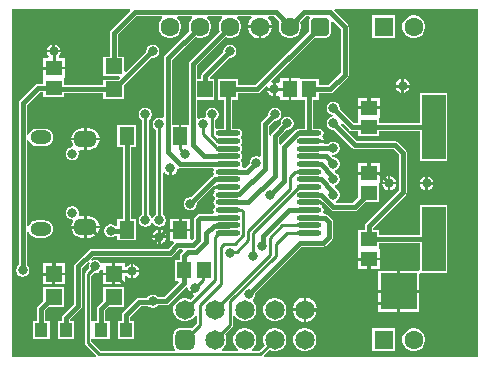
<source format=gbr>
%TF.GenerationSoftware,Altium Limited,Altium Designer,22.2.1 (43)*%
G04 Layer_Physical_Order=1*
G04 Layer_Color=255*
%FSLAX43Y43*%
%MOMM*%
%TF.SameCoordinates,22783662-0E91-4B75-9AE6-36AB56575A38*%
%TF.FilePolarity,Positive*%
%TF.FileFunction,Copper,L1,Top,Signal*%
%TF.Part,Single*%
G01*
G75*
%TA.AperFunction,SMDPad,CuDef*%
%ADD10R,3.100X3.100*%
%ADD11R,1.450X1.300*%
%ADD12R,2.000X5.500*%
%ADD13R,1.300X1.500*%
%ADD14O,2.100X0.450*%
%ADD15R,1.450X1.350*%
%ADD16R,1.100X1.200*%
%ADD17R,1.300X1.450*%
%ADD18R,1.350X1.450*%
%TA.AperFunction,Conductor*%
%ADD19C,0.381*%
%ADD20C,0.254*%
%TA.AperFunction,ComponentPad*%
%ADD21O,1.800X1.150*%
%ADD22C,0.800*%
%ADD23O,2.000X1.400*%
%ADD24C,1.650*%
G04:AMPARAMS|DCode=25|XSize=1.65mm|YSize=1.65mm|CornerRadius=0.413mm|HoleSize=0mm|Usage=FLASHONLY|Rotation=0.000|XOffset=0mm|YOffset=0mm|HoleType=Round|Shape=RoundedRectangle|*
%AMROUNDEDRECTD25*
21,1,1.650,0.825,0,0,0.0*
21,1,0.825,1.650,0,0,0.0*
1,1,0.825,0.413,-0.413*
1,1,0.825,-0.413,-0.413*
1,1,0.825,-0.413,0.413*
1,1,0.825,0.413,0.413*
%
%ADD25ROUNDEDRECTD25*%
%ADD26R,1.600X1.600*%
%ADD27C,1.600*%
G04:AMPARAMS|DCode=28|XSize=1.6mm|YSize=1.6mm|CornerRadius=0.4mm|HoleSize=0mm|Usage=FLASHONLY|Rotation=180.000|XOffset=0mm|YOffset=0mm|HoleType=Round|Shape=RoundedRectangle|*
%AMROUNDEDRECTD28*
21,1,1.600,0.800,0,0,180.0*
21,1,0.800,1.600,0,0,180.0*
1,1,0.800,-0.400,0.400*
1,1,0.800,0.400,0.400*
1,1,0.800,0.400,-0.400*
1,1,0.800,-0.400,-0.400*
%
%ADD28ROUNDEDRECTD28*%
%TA.AperFunction,ViaPad*%
%ADD29C,0.750*%
%ADD30C,0.800*%
G36*
X25498Y28966D02*
X25469Y28928D01*
X25413Y28794D01*
X25394Y28650D01*
Y27850D01*
X25402Y27793D01*
X20896Y23288D01*
X19376D01*
Y23816D01*
X17724D01*
Y22064D01*
X18202D01*
Y19608D01*
X17725D01*
X17656Y19595D01*
X17506Y19697D01*
Y20350D01*
X17562Y20383D01*
X17665Y20486D01*
X17737Y20611D01*
X17775Y20751D01*
Y20896D01*
X17737Y21037D01*
X17665Y21162D01*
X17562Y21265D01*
X17437Y21337D01*
X17297Y21375D01*
X17152D01*
X17011Y21337D01*
X16886Y21265D01*
X16783Y21162D01*
X16711Y21037D01*
X16673Y20896D01*
Y20751D01*
X16702Y20645D01*
X16691Y20623D01*
X16639Y20563D01*
X16586Y20527D01*
X16498Y20551D01*
X16352D01*
X16212Y20513D01*
X16087Y20441D01*
X16082Y20436D01*
X15932Y20498D01*
Y22064D01*
X17426D01*
Y23816D01*
X17088D01*
X17026Y23966D01*
X18671Y25611D01*
X18803D01*
X18943Y25649D01*
X19068Y25721D01*
X19171Y25824D01*
X19243Y25949D01*
X19281Y26089D01*
Y26235D01*
X19243Y26375D01*
X19171Y26500D01*
X19068Y26603D01*
X18943Y26675D01*
X18803Y26713D01*
X18657D01*
X18517Y26675D01*
X18392Y26603D01*
X18289Y26500D01*
X18217Y26375D01*
X18179Y26235D01*
Y26103D01*
X16354Y24278D01*
X16279Y24165D01*
X16252Y24032D01*
Y23816D01*
X15932D01*
Y24961D01*
X18345Y27374D01*
X18363Y27364D01*
X18605Y27299D01*
X18855D01*
X19097Y27364D01*
X19314Y27489D01*
X19491Y27666D01*
X19616Y27883D01*
X19681Y28125D01*
Y28375D01*
X19616Y28617D01*
X19491Y28834D01*
X19358Y28966D01*
X19421Y29116D01*
X20510D01*
X20572Y28966D01*
X20470Y28864D01*
X20338Y28636D01*
X20270Y28382D01*
Y28350D01*
X22270D01*
Y28382D01*
X22202Y28636D01*
X22070Y28864D01*
X21968Y28966D01*
X22030Y29116D01*
X22452D01*
X22934Y28635D01*
X22924Y28617D01*
X22859Y28375D01*
Y28125D01*
X22924Y27883D01*
X23049Y27666D01*
X23226Y27489D01*
X23443Y27364D01*
X23685Y27299D01*
X23935D01*
X24177Y27364D01*
X24394Y27489D01*
X24571Y27666D01*
X24696Y27883D01*
X24761Y28125D01*
Y28375D01*
X24696Y28617D01*
X24686Y28635D01*
X25168Y29116D01*
X25424D01*
X25498Y28966D01*
D02*
G37*
G36*
X18102D02*
X17969Y28834D01*
X17844Y28617D01*
X17779Y28375D01*
Y28125D01*
X17844Y27883D01*
X17854Y27865D01*
X15339Y25350D01*
X15263Y25237D01*
X15237Y25104D01*
Y19950D01*
X14596D01*
Y19000D01*
X14396D01*
Y19950D01*
X13853D01*
Y25421D01*
X15805Y27374D01*
X15823Y27364D01*
X16065Y27299D01*
X16315D01*
X16557Y27364D01*
X16774Y27489D01*
X16951Y27666D01*
X17076Y27883D01*
X17141Y28125D01*
Y28375D01*
X17076Y28617D01*
X16951Y28834D01*
X16818Y28966D01*
X16881Y29116D01*
X18039D01*
X18102Y28966D01*
D02*
G37*
G36*
X28100Y28050D02*
Y24315D01*
X27073Y23288D01*
X26251D01*
Y23816D01*
X24650D01*
Y23865D01*
X23900D01*
Y22940D01*
Y22015D01*
X24650D01*
Y22064D01*
X25102D01*
Y19608D01*
X24625D01*
X24478Y19579D01*
X24443Y19556D01*
X24329Y19533D01*
X24216Y19458D01*
X23073Y18315D01*
X23038Y18261D01*
X22888Y18307D01*
Y18887D01*
X23516Y19515D01*
X23648D01*
X23788Y19553D01*
X23913Y19625D01*
X24016Y19728D01*
X24088Y19853D01*
X24126Y19993D01*
Y20139D01*
X24088Y20279D01*
X24016Y20404D01*
X23913Y20507D01*
X23788Y20579D01*
X23648Y20617D01*
X23502D01*
X23362Y20579D01*
X23237Y20507D01*
X23134Y20404D01*
X23062Y20279D01*
X23024Y20139D01*
Y20007D01*
X22294Y19277D01*
X22219Y19164D01*
X22192Y19031D01*
X22044Y19035D01*
Y19840D01*
X22481Y20277D01*
X22613D01*
X22753Y20315D01*
X22878Y20387D01*
X22981Y20490D01*
X23053Y20615D01*
X23091Y20755D01*
Y20901D01*
X23053Y21041D01*
X22981Y21166D01*
X22878Y21269D01*
X22753Y21341D01*
X22613Y21379D01*
X22467D01*
X22327Y21341D01*
X22202Y21269D01*
X22099Y21166D01*
X22027Y21041D01*
X21989Y20901D01*
Y20769D01*
X21451Y20230D01*
X21375Y20117D01*
X21349Y19984D01*
Y17319D01*
X21199Y17232D01*
X21169Y17250D01*
X21028Y17287D01*
X20883D01*
X20743Y17250D01*
X20618Y17177D01*
X20515Y17074D01*
X20443Y16949D01*
X20405Y16809D01*
Y16677D01*
X20051Y16323D01*
X19806D01*
X19725Y16473D01*
X19729Y16478D01*
X19758Y16625D01*
X19729Y16772D01*
X19646Y16896D01*
Y17004D01*
X19729Y17128D01*
X19758Y17275D01*
X19729Y17422D01*
X19646Y17546D01*
Y17654D01*
X19729Y17778D01*
X19758Y17925D01*
X19729Y18072D01*
X19646Y18196D01*
Y18304D01*
X19729Y18428D01*
X19758Y18575D01*
X19729Y18722D01*
X19680Y18796D01*
X19658Y18900D01*
X19680Y19004D01*
X19729Y19078D01*
X19758Y19225D01*
X19729Y19372D01*
X19646Y19496D01*
X19522Y19579D01*
X19375Y19608D01*
X18898D01*
Y22064D01*
X19376D01*
Y22592D01*
X21040D01*
X21173Y22619D01*
X21286Y22694D01*
X21805Y23213D01*
X21930Y23127D01*
X21904Y23030D01*
X22399D01*
Y23524D01*
X22302Y23498D01*
X22215Y23624D01*
X25893Y27302D01*
X25950Y27294D01*
X26750D01*
X26894Y27313D01*
X27028Y27369D01*
X27143Y27457D01*
X27231Y27572D01*
X27287Y27706D01*
X27306Y27850D01*
Y28633D01*
X27345Y28663D01*
X27450Y28700D01*
X28100Y28050D01*
D02*
G37*
G36*
X10308Y29595D02*
X8644Y27932D01*
X8569Y27819D01*
X8542Y27686D01*
Y25716D01*
X8014D01*
Y24064D01*
X9377D01*
X9434Y23925D01*
X9274Y23766D01*
X8014D01*
Y23288D01*
X4686D01*
Y23890D01*
X4735D01*
Y24640D01*
X2885D01*
Y23890D01*
X2934D01*
Y23404D01*
X2483D01*
X2350Y23378D01*
X2237Y23302D01*
X936Y22002D01*
X861Y21889D01*
X834Y21756D01*
Y8052D01*
X741Y7958D01*
X668Y7833D01*
X631Y7693D01*
Y7547D01*
X668Y7407D01*
X741Y7282D01*
X844Y7179D01*
X969Y7107D01*
X1109Y7069D01*
X1254D01*
X1395Y7107D01*
X1520Y7179D01*
X1623Y7282D01*
X1695Y7407D01*
X1733Y7547D01*
Y7693D01*
X1695Y7833D01*
X1623Y7958D01*
X1529Y8052D01*
Y10877D01*
X1679Y10907D01*
X1741Y10759D01*
X1857Y10607D01*
X2009Y10491D01*
X2185Y10418D01*
X2375Y10393D01*
X3025D01*
X3215Y10418D01*
X3391Y10491D01*
X3543Y10607D01*
X3659Y10759D01*
X3732Y10935D01*
X3757Y11125D01*
X3732Y11315D01*
X3659Y11491D01*
X3543Y11643D01*
X3391Y11759D01*
X3215Y11832D01*
X3025Y11857D01*
X2375D01*
X2185Y11832D01*
X2009Y11759D01*
X1857Y11643D01*
X1741Y11491D01*
X1679Y11343D01*
X1529Y11373D01*
Y18627D01*
X1679Y18657D01*
X1741Y18509D01*
X1857Y18357D01*
X2009Y18241D01*
X2185Y18168D01*
X2375Y18143D01*
X3025D01*
X3215Y18168D01*
X3391Y18241D01*
X3543Y18357D01*
X3659Y18509D01*
X3732Y18685D01*
X3757Y18875D01*
X3732Y19065D01*
X3659Y19241D01*
X3543Y19393D01*
X3391Y19509D01*
X3215Y19582D01*
X3025Y19607D01*
X2375D01*
X2185Y19582D01*
X2009Y19509D01*
X1857Y19393D01*
X1741Y19241D01*
X1679Y19093D01*
X1529Y19123D01*
Y21612D01*
X2627Y22709D01*
X2934D01*
Y22289D01*
X4686D01*
Y22592D01*
X8014D01*
Y22114D01*
X9766D01*
Y23274D01*
X12106Y25615D01*
X12119Y25611D01*
X12265D01*
X12405Y25649D01*
X12530Y25721D01*
X12633Y25824D01*
X12705Y25949D01*
X12743Y26089D01*
Y26235D01*
X12705Y26375D01*
X12633Y26500D01*
X12530Y26603D01*
X12405Y26675D01*
X12265Y26713D01*
X12119D01*
X11979Y26675D01*
X11854Y26603D01*
X11751Y26500D01*
X11679Y26375D01*
X11641Y26235D01*
Y26132D01*
X9905Y24396D01*
X9766Y24453D01*
Y25716D01*
X9238D01*
Y27542D01*
X10812Y29116D01*
X12959D01*
X13022Y28966D01*
X12889Y28834D01*
X12764Y28617D01*
X12699Y28375D01*
Y28125D01*
X12764Y27883D01*
X12889Y27666D01*
X13066Y27489D01*
X13283Y27364D01*
X13525Y27299D01*
X13775D01*
X14017Y27364D01*
X14234Y27489D01*
X14411Y27666D01*
X14536Y27883D01*
X14601Y28125D01*
Y28375D01*
X14536Y28617D01*
X14411Y28834D01*
X14278Y28966D01*
X14341Y29116D01*
X15499D01*
X15562Y28966D01*
X15429Y28834D01*
X15304Y28617D01*
X15239Y28375D01*
Y28125D01*
X15304Y27883D01*
X15314Y27865D01*
X13260Y25811D01*
X13184Y25698D01*
X13158Y25565D01*
Y20583D01*
X13008Y20496D01*
X12977Y20513D01*
X12837Y20551D01*
X12692D01*
X12552Y20513D01*
X12426Y20441D01*
X12324Y20338D01*
X12251Y20213D01*
X12214Y20073D01*
Y19927D01*
X12251Y19787D01*
X12324Y19662D01*
X12426Y19559D01*
X12482Y19527D01*
Y12325D01*
X12426Y12293D01*
X12324Y12190D01*
X12251Y12064D01*
X12250Y12058D01*
X12094D01*
X12093Y12064D01*
X12020Y12190D01*
X11917Y12293D01*
X11862Y12325D01*
Y20351D01*
X11917Y20383D01*
X12020Y20486D01*
X12093Y20611D01*
X12130Y20751D01*
Y20896D01*
X12093Y21037D01*
X12020Y21162D01*
X11917Y21265D01*
X11792Y21337D01*
X11652Y21375D01*
X11507D01*
X11366Y21337D01*
X11241Y21265D01*
X11138Y21162D01*
X11066Y21037D01*
X11028Y20896D01*
Y20751D01*
X11066Y20611D01*
X11138Y20486D01*
X11241Y20383D01*
X11296Y20351D01*
Y12325D01*
X11241Y12293D01*
X11138Y12190D01*
X11066Y12064D01*
X11028Y11924D01*
Y11779D01*
X11066Y11639D01*
X11138Y11513D01*
X11241Y11411D01*
X11366Y11338D01*
X11507Y11301D01*
X11652D01*
X11792Y11338D01*
X11917Y11411D01*
X12020Y11513D01*
X12093Y11639D01*
X12094Y11646D01*
X12250D01*
X12251Y11639D01*
X12324Y11513D01*
X12426Y11411D01*
X12552Y11338D01*
X12692Y11301D01*
X12837D01*
X12977Y11338D01*
X13103Y11411D01*
X13206Y11513D01*
X13278Y11639D01*
X13316Y11779D01*
Y11924D01*
X13278Y12064D01*
X13206Y12190D01*
X13103Y12293D01*
X13048Y12325D01*
Y15866D01*
X13198Y15906D01*
X13210Y15884D01*
X13322Y15772D01*
X13459Y15693D01*
X13590Y15658D01*
Y16252D01*
X13790D01*
Y15658D01*
X13922Y15693D01*
X14059Y15772D01*
X14170Y15884D01*
X14249Y16021D01*
X14290Y16173D01*
Y16190D01*
X14316Y16219D01*
X14440Y16294D01*
X14523Y16277D01*
X14523Y16277D01*
X17294D01*
X17375Y16127D01*
X17371Y16122D01*
X17342Y15975D01*
X17371Y15828D01*
X17388Y15803D01*
X17319Y15636D01*
X17300Y15633D01*
X17188Y15558D01*
X17188Y15558D01*
X15444Y13814D01*
X15312D01*
X15172Y13777D01*
X15047Y13704D01*
X14944Y13602D01*
X14872Y13476D01*
X14834Y13336D01*
Y13191D01*
X14872Y13051D01*
X14944Y12925D01*
X15047Y12822D01*
X15172Y12750D01*
X15312Y12712D01*
X15458D01*
X15598Y12750D01*
X15723Y12822D01*
X15826Y12925D01*
X15898Y13051D01*
X15936Y13191D01*
Y13323D01*
X17164Y14550D01*
X17323Y14510D01*
X17329Y14503D01*
X17380Y14427D01*
X17454Y14296D01*
X17371Y14172D01*
X17342Y14025D01*
X17371Y13878D01*
X17454Y13754D01*
Y13646D01*
X17371Y13522D01*
X17342Y13375D01*
X17371Y13228D01*
X17454Y13104D01*
Y12996D01*
X17371Y12872D01*
X17342Y12725D01*
X17371Y12578D01*
X17375Y12573D01*
X17294Y12423D01*
X16225D01*
X16092Y12396D01*
X15979Y12321D01*
X15756Y12098D01*
X15681Y11985D01*
X15654Y11852D01*
Y10327D01*
X15496Y10168D01*
X15346Y10230D01*
Y10950D01*
X13646D01*
Y10100D01*
X13935D01*
X13998Y9950D01*
X13476Y9429D01*
X7019D01*
X6886Y9402D01*
X6773Y9327D01*
X6773Y9327D01*
X5634Y8187D01*
X5559Y8075D01*
X5532Y7942D01*
Y4754D01*
X4630Y3851D01*
X4554Y3739D01*
X4528Y3605D01*
Y3291D01*
X4159D01*
Y1789D01*
X5561D01*
Y3291D01*
X5223D01*
Y3462D01*
X6125Y4364D01*
X6201Y4477D01*
X6227Y4610D01*
Y7798D01*
X6730Y8300D01*
X6850Y8208D01*
X6819Y8154D01*
X6781Y8014D01*
Y7869D01*
X6805Y7779D01*
X6508Y7482D01*
X6447Y7390D01*
X6425Y7282D01*
X6425Y7282D01*
Y1478D01*
X6425Y1478D01*
X6447Y1370D01*
X6508Y1278D01*
X7381Y405D01*
X7319Y255D01*
X255D01*
Y29745D01*
X10245D01*
X10308Y29595D01*
D02*
G37*
G36*
X39745Y255D02*
X21657D01*
X21595Y405D01*
X22079Y889D01*
X22163Y841D01*
X22412Y774D01*
X22668D01*
X22917Y841D01*
X23139Y969D01*
X23321Y1151D01*
X23449Y1373D01*
X23516Y1622D01*
Y1878D01*
X23449Y2127D01*
X23321Y2349D01*
X23139Y2531D01*
X22917Y2659D01*
X22668Y2726D01*
X22412D01*
X22163Y2659D01*
X21941Y2531D01*
X21759Y2349D01*
X21631Y2127D01*
X21564Y1878D01*
Y1622D01*
X21631Y1373D01*
X21679Y1289D01*
X21192Y802D01*
X20609D01*
X20569Y952D01*
X20599Y969D01*
X20781Y1151D01*
X20909Y1373D01*
X20976Y1622D01*
Y1878D01*
X20909Y2127D01*
X20781Y2349D01*
X20599Y2531D01*
X20377Y2659D01*
X20128Y2726D01*
X19872D01*
X19623Y2659D01*
X19401Y2531D01*
X19219Y2349D01*
X19091Y2127D01*
X19024Y1878D01*
Y1622D01*
X19091Y1373D01*
X19219Y1151D01*
X19401Y969D01*
X19431Y952D01*
X19391Y802D01*
X18069D01*
X18029Y952D01*
X18059Y969D01*
X18241Y1151D01*
X18369Y1373D01*
X18436Y1622D01*
Y1878D01*
X18369Y2127D01*
X18321Y2211D01*
X18930Y2820D01*
X18930Y2820D01*
X18991Y2912D01*
X19013Y3020D01*
X19013Y3020D01*
Y3748D01*
X19163Y3788D01*
X19219Y3691D01*
X19401Y3509D01*
X19623Y3381D01*
X19872Y3314D01*
X20128D01*
X20377Y3381D01*
X20599Y3509D01*
X20781Y3691D01*
X20909Y3913D01*
X20976Y4162D01*
Y4418D01*
X20909Y4667D01*
X20781Y4889D01*
X20660Y5010D01*
X20663Y5176D01*
X20676Y5198D01*
X20766Y5288D01*
X20838Y5413D01*
X20876Y5554D01*
Y5686D01*
X24800Y9610D01*
X26607D01*
X26740Y9637D01*
X26853Y9712D01*
X27355Y10214D01*
X27431Y10327D01*
X27457Y10460D01*
X27457Y10460D01*
Y11700D01*
X27431Y11833D01*
X27355Y11946D01*
X26993Y12308D01*
X26881Y12383D01*
X26748Y12409D01*
X26697D01*
X26617Y12559D01*
X26629Y12578D01*
X26658Y12725D01*
X26629Y12872D01*
X26546Y12996D01*
X26620Y13126D01*
X26805Y13153D01*
X27209Y12749D01*
X27322Y12674D01*
X27455Y12647D01*
X29300D01*
X29433Y12674D01*
X29546Y12749D01*
X30171Y13374D01*
X31356D01*
Y14975D01*
X31405D01*
Y15725D01*
X29555D01*
Y14975D01*
X29604D01*
Y13791D01*
X29156Y13343D01*
X27714D01*
X27710Y13353D01*
X27702Y13507D01*
X27828Y13579D01*
X27930Y13682D01*
X28003Y13807D01*
X28040Y13947D01*
Y14093D01*
X28003Y14233D01*
X27930Y14358D01*
X27828Y14461D01*
X27702Y14533D01*
X27696Y14535D01*
X27607Y14660D01*
X27647Y14807D01*
X27702Y14822D01*
X27828Y14894D01*
X27930Y14997D01*
X28003Y15122D01*
X28040Y15262D01*
Y15408D01*
X28003Y15548D01*
X27930Y15673D01*
X27828Y15776D01*
X27702Y15848D01*
X27681Y15854D01*
X27590Y15972D01*
X27635Y16119D01*
X27702Y16137D01*
X27828Y16209D01*
X27930Y16312D01*
X28003Y16437D01*
X28040Y16577D01*
Y16723D01*
X28003Y16863D01*
X27930Y16988D01*
X27828Y17091D01*
X27702Y17163D01*
X27562Y17201D01*
X27440D01*
X27382Y17270D01*
X27400Y17343D01*
X27402Y17348D01*
X27455Y17414D01*
X27562D01*
X27702Y17452D01*
X27828Y17524D01*
X27930Y17627D01*
X28003Y17753D01*
X28040Y17893D01*
Y18038D01*
X28003Y18178D01*
X27930Y18304D01*
X27828Y18406D01*
X27702Y18479D01*
X27562Y18516D01*
X27417D01*
X27277Y18479D01*
X27151Y18406D01*
X27049Y18304D01*
X27038Y18286D01*
X26760D01*
X26681Y18436D01*
X26688Y18475D01*
X25450D01*
Y18675D01*
X26688D01*
X26675Y18741D01*
X26620Y18823D01*
X26546Y18954D01*
X26629Y19078D01*
X26658Y19225D01*
X26629Y19372D01*
X26546Y19496D01*
X26422Y19579D01*
X26275Y19608D01*
X25798D01*
Y22064D01*
X26251D01*
Y22592D01*
X27217D01*
X27350Y22619D01*
X27463Y22694D01*
X28694Y23925D01*
X28694Y23925D01*
X28769Y24038D01*
X28796Y24171D01*
X28796Y24171D01*
Y28194D01*
X28796Y28194D01*
X28769Y28327D01*
X28694Y28440D01*
X27538Y29595D01*
X27601Y29745D01*
X39745D01*
Y255D01*
D02*
G37*
G36*
X14766Y9258D02*
X14614Y9106D01*
X14539Y8993D01*
X14512Y8860D01*
Y8496D01*
X14059D01*
Y6744D01*
X14374D01*
X14436Y6594D01*
X13179Y5336D01*
X12624D01*
X12530Y5430D01*
X12405Y5502D01*
X12265Y5540D01*
X12119D01*
X11979Y5502D01*
X11854Y5430D01*
X11751Y5327D01*
X11725Y5282D01*
X11030D01*
X11030Y5282D01*
X10897Y5255D01*
X10784Y5180D01*
X9694Y4090D01*
X9619Y3977D01*
X9592Y3844D01*
Y3291D01*
X9239D01*
Y1789D01*
X10641D01*
Y3291D01*
X10288D01*
Y3700D01*
X11174Y4586D01*
X11815D01*
X11854Y4548D01*
X11979Y4475D01*
X12119Y4438D01*
X12265D01*
X12405Y4475D01*
X12530Y4548D01*
X12624Y4641D01*
X13323D01*
X13456Y4668D01*
X13568Y4743D01*
X15048Y6222D01*
X15198Y6160D01*
Y6074D01*
X15239Y5922D01*
X15318Y5785D01*
X15430Y5673D01*
X15566Y5594D01*
X15623Y5579D01*
X15668Y5412D01*
X15398Y5141D01*
X15297Y5199D01*
X15048Y5266D01*
X14792D01*
X14543Y5199D01*
X14321Y5071D01*
X14139Y4889D01*
X14011Y4667D01*
X13944Y4418D01*
Y4162D01*
X14011Y3913D01*
X14139Y3691D01*
X14321Y3509D01*
X14543Y3381D01*
X14792Y3314D01*
X15048D01*
X15297Y3381D01*
X15519Y3509D01*
X15701Y3691D01*
X15757Y3788D01*
X15907Y3748D01*
Y3137D01*
X15481Y2711D01*
X15480Y2711D01*
X15333Y2731D01*
X14507D01*
X14360Y2711D01*
X14223Y2655D01*
X14106Y2564D01*
X14015Y2447D01*
X13959Y2310D01*
X13939Y2162D01*
Y1337D01*
X13959Y1190D01*
X14015Y1053D01*
X14093Y952D01*
X14079Y886D01*
X14034Y802D01*
X7785D01*
X6991Y1595D01*
Y1784D01*
X7139Y1789D01*
X7141Y1789D01*
X8541D01*
Y3291D01*
X8188D01*
Y4231D01*
X8505Y4549D01*
X9766D01*
Y6201D01*
X8014D01*
Y5041D01*
X7594Y4621D01*
X7519Y4508D01*
X7492Y4375D01*
Y3291D01*
X7141D01*
X7139Y3291D01*
X6991Y3296D01*
Y7164D01*
X7226Y7400D01*
X7260Y7391D01*
X7405D01*
X7545Y7428D01*
X7671Y7501D01*
X7773Y7603D01*
X7815Y7676D01*
X7965Y7636D01*
Y7425D01*
X8790D01*
Y8200D01*
X7985D01*
X7965Y8200D01*
X7817Y8204D01*
X7773Y8280D01*
X7671Y8383D01*
X7545Y8455D01*
X7405Y8493D01*
X7260D01*
X7120Y8455D01*
X7066Y8424D01*
X6973Y8544D01*
X7163Y8734D01*
X13620D01*
X13753Y8760D01*
X13866Y8835D01*
X14438Y9408D01*
X14704D01*
X14766Y9258D01*
D02*
G37*
%LPC*%
G36*
X22270Y28150D02*
X21370D01*
Y27250D01*
X21402D01*
X21656Y27318D01*
X21884Y27450D01*
X22070Y27636D01*
X22202Y27864D01*
X22270Y28118D01*
Y28150D01*
D02*
G37*
G36*
X21170D02*
X20270D01*
Y28118D01*
X20338Y27864D01*
X20470Y27636D01*
X20656Y27450D01*
X20884Y27318D01*
X21138Y27250D01*
X21170D01*
Y28150D01*
D02*
G37*
G36*
X23700Y23865D02*
X22950D01*
Y23529D01*
X22800Y23448D01*
X22730Y23489D01*
X22599Y23524D01*
Y22930D01*
Y22335D01*
X22730Y22371D01*
X22800Y22411D01*
X22950Y22330D01*
Y22015D01*
X23700D01*
Y22940D01*
Y23865D01*
D02*
G37*
G36*
X22399Y22830D02*
X21904D01*
X21940Y22698D01*
X22018Y22561D01*
X22130Y22450D01*
X22267Y22371D01*
X22399Y22335D01*
Y22830D01*
D02*
G37*
G36*
X3910Y26756D02*
Y26262D01*
X4404D01*
X4369Y26394D01*
X4290Y26530D01*
X4178Y26642D01*
X4042Y26721D01*
X3910Y26756D01*
D02*
G37*
G36*
X3710D02*
X3578Y26721D01*
X3442Y26642D01*
X3330Y26530D01*
X3251Y26394D01*
X3216Y26262D01*
X3710D01*
Y26756D01*
D02*
G37*
G36*
X4404Y26062D02*
X3216D01*
X3251Y25930D01*
X3330Y25794D01*
X3383Y25740D01*
X3321Y25590D01*
X2885D01*
Y24840D01*
X4735D01*
Y25590D01*
X4299D01*
X4237Y25740D01*
X4290Y25794D01*
X4369Y25930D01*
X4404Y26062D01*
D02*
G37*
G36*
X6800Y19633D02*
X6600D01*
Y18825D01*
X7695D01*
X7677Y18960D01*
X7586Y19179D01*
X7442Y19367D01*
X7254Y19511D01*
X7035Y19602D01*
X6800Y19633D01*
D02*
G37*
G36*
X6400D02*
X6200D01*
X5965Y19602D01*
X5746Y19511D01*
X5558Y19367D01*
X5414Y19179D01*
X5323Y18960D01*
X5305Y18825D01*
X6400D01*
Y19633D01*
D02*
G37*
G36*
X7695Y18625D02*
X6600D01*
Y17817D01*
X6800D01*
X7035Y17848D01*
X7254Y17939D01*
X7442Y18083D01*
X7586Y18271D01*
X7677Y18490D01*
X7695Y18625D01*
D02*
G37*
G36*
X6400D02*
X5305D01*
X5323Y18490D01*
X5414Y18271D01*
X5468Y18201D01*
X5394Y18051D01*
X5327D01*
X5187Y18013D01*
X5062Y17941D01*
X4959Y17838D01*
X4887Y17713D01*
X4849Y17573D01*
Y17427D01*
X4887Y17287D01*
X4959Y17162D01*
X5062Y17059D01*
X5187Y16987D01*
X5327Y16949D01*
X5473D01*
X5613Y16987D01*
X5738Y17059D01*
X5841Y17162D01*
X5913Y17287D01*
X5951Y17427D01*
Y17573D01*
X5913Y17713D01*
X5923Y17737D01*
X6012Y17842D01*
X6200Y17817D01*
X6400D01*
Y18625D01*
D02*
G37*
G36*
X6800Y12183D02*
X6600D01*
Y11375D01*
X7695D01*
X7677Y11510D01*
X7586Y11729D01*
X7442Y11917D01*
X7254Y12061D01*
X7035Y12152D01*
X6800Y12183D01*
D02*
G37*
G36*
X5473Y13051D02*
X5327D01*
X5187Y13013D01*
X5062Y12941D01*
X4959Y12838D01*
X4887Y12713D01*
X4849Y12573D01*
Y12427D01*
X4887Y12287D01*
X4959Y12162D01*
X5062Y12059D01*
X5187Y11987D01*
X5327Y11949D01*
X5394D01*
X5468Y11799D01*
X5414Y11729D01*
X5323Y11510D01*
X5305Y11375D01*
X6400D01*
Y12183D01*
X6200D01*
X6012Y12158D01*
X5923Y12263D01*
X5913Y12287D01*
X5951Y12427D01*
Y12573D01*
X5913Y12713D01*
X5841Y12838D01*
X5738Y12941D01*
X5613Y13013D01*
X5473Y13051D01*
D02*
G37*
G36*
X10801Y19901D02*
X9199D01*
Y18099D01*
X9652D01*
Y11951D01*
X9199D01*
Y11355D01*
X9049Y11329D01*
X8974Y11403D01*
X8849Y11476D01*
X8709Y11513D01*
X8563D01*
X8423Y11476D01*
X8298Y11403D01*
X8195Y11301D01*
X8123Y11175D01*
X8085Y11035D01*
Y10890D01*
X8123Y10750D01*
X8195Y10624D01*
X8298Y10521D01*
X8423Y10449D01*
X8563Y10411D01*
X8709D01*
X8849Y10449D01*
X8974Y10521D01*
X9049Y10596D01*
X9199Y10570D01*
Y10149D01*
X10801D01*
Y11951D01*
X10348D01*
Y18099D01*
X10801D01*
Y19901D01*
D02*
G37*
G36*
X15346Y12000D02*
X14596D01*
Y11150D01*
X15346D01*
Y12000D01*
D02*
G37*
G36*
X14396D02*
X13646D01*
Y11150D01*
X14396D01*
Y12000D01*
D02*
G37*
G36*
X12865Y11061D02*
Y10567D01*
X13359D01*
X13324Y10698D01*
X13245Y10835D01*
X13133Y10947D01*
X12996Y11026D01*
X12865Y11061D01*
D02*
G37*
G36*
X12665D02*
X12533Y11026D01*
X12396Y10947D01*
X12285Y10835D01*
X12206Y10698D01*
X12170Y10567D01*
X12665D01*
Y11061D01*
D02*
G37*
G36*
X7695Y11175D02*
X6600D01*
Y10367D01*
X6800D01*
X7035Y10398D01*
X7254Y10489D01*
X7442Y10633D01*
X7586Y10821D01*
X7677Y11040D01*
X7695Y11175D01*
D02*
G37*
G36*
X6400D02*
X5305D01*
X5323Y11040D01*
X5414Y10821D01*
X5558Y10633D01*
X5746Y10489D01*
X5965Y10398D01*
X6200Y10367D01*
X6400D01*
Y11175D01*
D02*
G37*
G36*
X13359Y10367D02*
X12865D01*
Y9872D01*
X12996Y9908D01*
X13133Y9987D01*
X13245Y10098D01*
X13324Y10235D01*
X13359Y10367D01*
D02*
G37*
G36*
X12665D02*
X12170D01*
X12206Y10235D01*
X12285Y10098D01*
X12396Y9987D01*
X12533Y9908D01*
X12665Y9872D01*
Y10367D01*
D02*
G37*
G36*
X4735Y8200D02*
X3910D01*
Y7425D01*
X4735D01*
Y8200D01*
D02*
G37*
G36*
X3710D02*
X2885D01*
Y7425D01*
X3710D01*
Y8200D01*
D02*
G37*
G36*
X4735Y7225D02*
X3910D01*
Y6450D01*
X4735D01*
Y7225D01*
D02*
G37*
G36*
X3710D02*
X2885D01*
Y6450D01*
X3710D01*
Y7225D01*
D02*
G37*
G36*
X4686Y6201D02*
X2934D01*
Y5041D01*
X2514Y4621D01*
X2439Y4508D01*
X2412Y4375D01*
Y3291D01*
X2059D01*
Y1789D01*
X3461D01*
Y3291D01*
X3108D01*
Y4231D01*
X3425Y4549D01*
X4686D01*
Y6201D01*
D02*
G37*
G36*
X34415Y29201D02*
X34165D01*
X33923Y29136D01*
X33706Y29011D01*
X33529Y28834D01*
X33404Y28617D01*
X33339Y28375D01*
Y28125D01*
X33404Y27883D01*
X33529Y27666D01*
X33706Y27489D01*
X33923Y27364D01*
X34165Y27299D01*
X34415D01*
X34657Y27364D01*
X34874Y27489D01*
X35051Y27666D01*
X35176Y27883D01*
X35241Y28125D01*
Y28375D01*
X35176Y28617D01*
X35051Y28834D01*
X34874Y29011D01*
X34657Y29136D01*
X34415Y29201D01*
D02*
G37*
G36*
X32701D02*
X30799D01*
Y27299D01*
X32701D01*
Y29201D01*
D02*
G37*
G36*
X33458Y23838D02*
Y23344D01*
X33953D01*
X33917Y23475D01*
X33838Y23612D01*
X33727Y23724D01*
X33590Y23803D01*
X33458Y23838D01*
D02*
G37*
G36*
X33258D02*
X33127Y23803D01*
X32990Y23724D01*
X32878Y23612D01*
X32799Y23475D01*
X32764Y23344D01*
X33258D01*
Y23838D01*
D02*
G37*
G36*
X33953Y23144D02*
X33458D01*
Y22649D01*
X33590Y22685D01*
X33727Y22764D01*
X33838Y22875D01*
X33917Y23012D01*
X33953Y23144D01*
D02*
G37*
G36*
X33258D02*
X32764D01*
X32799Y23012D01*
X32878Y22875D01*
X32990Y22764D01*
X33127Y22685D01*
X33258Y22649D01*
Y23144D01*
D02*
G37*
G36*
X31405Y22250D02*
X30580D01*
Y21500D01*
X31405D01*
Y22250D01*
D02*
G37*
G36*
X30380D02*
X29555D01*
Y21500D01*
X30380D01*
Y22250D01*
D02*
G37*
G36*
X37151Y22651D02*
X34849D01*
Y20098D01*
X31356D01*
Y20550D01*
X31405D01*
Y21300D01*
X29555D01*
Y20550D01*
X29604D01*
Y20098D01*
X29219D01*
X28040Y21277D01*
Y21409D01*
X28003Y21549D01*
X27930Y21674D01*
X27828Y21777D01*
X27702Y21849D01*
X27562Y21887D01*
X27417D01*
X27277Y21849D01*
X27151Y21777D01*
X27049Y21674D01*
X26976Y21549D01*
X26938Y21409D01*
Y21263D01*
X26976Y21123D01*
X27049Y20998D01*
X27151Y20895D01*
X27277Y20823D01*
X27417Y20785D01*
X27428Y20767D01*
X27426Y20734D01*
X27357Y20601D01*
X27277Y20579D01*
X27151Y20507D01*
X27049Y20404D01*
X26976Y20279D01*
X26938Y20139D01*
Y19993D01*
X26976Y19853D01*
X27049Y19728D01*
X27151Y19625D01*
X27277Y19553D01*
X27417Y19515D01*
X27549D01*
X29111Y17953D01*
X29224Y17878D01*
X29357Y17851D01*
X32590D01*
X33011Y17431D01*
Y14384D01*
X30234Y11607D01*
X30159Y11495D01*
X30132Y11362D01*
Y11051D01*
X29604D01*
Y9450D01*
X29555D01*
Y8700D01*
X30480D01*
X31405D01*
Y9450D01*
X31356D01*
Y9902D01*
X34849D01*
Y7709D01*
X34770Y7592D01*
X34699Y7592D01*
X33120D01*
Y5942D01*
X34770D01*
Y7232D01*
X34849Y7349D01*
X34920Y7349D01*
X37151D01*
Y13151D01*
X34849D01*
Y10598D01*
X31356D01*
Y11051D01*
X30828D01*
Y11218D01*
X33604Y13994D01*
X33604Y13994D01*
X33679Y14107D01*
X33706Y14240D01*
Y17575D01*
X33679Y17708D01*
X33604Y17821D01*
X32980Y18444D01*
X32867Y18520D01*
X32734Y18546D01*
X29501D01*
X28102Y19945D01*
X28112Y20010D01*
X28271Y20063D01*
X28830Y19504D01*
X28830Y19504D01*
X28942Y19429D01*
X29075Y19402D01*
X29075Y19402D01*
X29604D01*
Y18949D01*
X31356D01*
Y19402D01*
X34849D01*
Y16849D01*
X37151D01*
Y22651D01*
D02*
G37*
G36*
X31405Y16675D02*
X30580D01*
Y15925D01*
X31405D01*
Y16675D01*
D02*
G37*
G36*
X30380D02*
X29555D01*
Y15925D01*
X30380D01*
Y16675D01*
D02*
G37*
G36*
X32320Y15585D02*
Y15090D01*
X32815D01*
X32780Y15222D01*
X32701Y15359D01*
X32589Y15471D01*
X32452Y15550D01*
X32320Y15585D01*
D02*
G37*
G36*
X32120D02*
X31989Y15550D01*
X31852Y15471D01*
X31740Y15359D01*
X31661Y15222D01*
X31626Y15090D01*
X32120D01*
Y15585D01*
D02*
G37*
G36*
X35484Y15585D02*
Y15090D01*
X35979D01*
X35944Y15222D01*
X35865Y15359D01*
X35753Y15471D01*
X35616Y15550D01*
X35484Y15585D01*
D02*
G37*
G36*
X35284D02*
X35153Y15550D01*
X35016Y15471D01*
X34904Y15359D01*
X34825Y15222D01*
X34790Y15090D01*
X35284D01*
Y15585D01*
D02*
G37*
G36*
X32815Y14891D02*
X32320D01*
Y14396D01*
X32452Y14431D01*
X32589Y14510D01*
X32701Y14622D01*
X32780Y14759D01*
X32815Y14891D01*
D02*
G37*
G36*
X32120D02*
X31626D01*
X31661Y14759D01*
X31740Y14622D01*
X31852Y14510D01*
X31989Y14431D01*
X32120Y14396D01*
Y14891D01*
D02*
G37*
G36*
X35979Y14891D02*
X35484D01*
Y14396D01*
X35616Y14431D01*
X35753Y14510D01*
X35865Y14622D01*
X35944Y14759D01*
X35979Y14891D01*
D02*
G37*
G36*
X35284D02*
X34790D01*
X34825Y14759D01*
X34904Y14622D01*
X35016Y14510D01*
X35153Y14431D01*
X35284Y14396D01*
Y14891D01*
D02*
G37*
G36*
X31405Y8500D02*
X30580D01*
Y7750D01*
X31405D01*
Y8500D01*
D02*
G37*
G36*
X30380D02*
X29555D01*
Y7750D01*
X30380D01*
Y8500D01*
D02*
G37*
G36*
X32920Y7592D02*
X31270D01*
Y5942D01*
X32920D01*
Y7592D01*
D02*
G37*
G36*
X25215Y5315D02*
X25180D01*
Y4390D01*
X26105D01*
Y4425D01*
X26035Y4686D01*
X25900Y4919D01*
X25709Y5110D01*
X25476Y5245D01*
X25215Y5315D01*
D02*
G37*
G36*
X24980D02*
X24945D01*
X24684Y5245D01*
X24451Y5110D01*
X24260Y4919D01*
X24125Y4686D01*
X24055Y4425D01*
Y4390D01*
X24980D01*
Y5315D01*
D02*
G37*
G36*
X34770Y5742D02*
X33120D01*
Y4092D01*
X34770D01*
Y5742D01*
D02*
G37*
G36*
X32920D02*
X31270D01*
Y4092D01*
X32920D01*
Y5742D01*
D02*
G37*
G36*
X22668Y5266D02*
X22412D01*
X22163Y5199D01*
X21941Y5071D01*
X21759Y4889D01*
X21631Y4667D01*
X21564Y4418D01*
Y4162D01*
X21631Y3913D01*
X21759Y3691D01*
X21941Y3509D01*
X22163Y3381D01*
X22412Y3314D01*
X22668D01*
X22917Y3381D01*
X23139Y3509D01*
X23321Y3691D01*
X23449Y3913D01*
X23516Y4162D01*
Y4418D01*
X23449Y4667D01*
X23321Y4889D01*
X23139Y5071D01*
X22917Y5199D01*
X22668Y5266D01*
D02*
G37*
G36*
X26105Y4190D02*
X25180D01*
Y3265D01*
X25215D01*
X25476Y3335D01*
X25709Y3470D01*
X25900Y3661D01*
X26035Y3894D01*
X26105Y4155D01*
Y4190D01*
D02*
G37*
G36*
X24980D02*
X24055D01*
Y4155D01*
X24125Y3894D01*
X24260Y3661D01*
X24451Y3470D01*
X24684Y3335D01*
X24945Y3265D01*
X24980D01*
Y4190D01*
D02*
G37*
G36*
X34415Y2701D02*
X34165D01*
X33923Y2636D01*
X33706Y2511D01*
X33529Y2334D01*
X33404Y2117D01*
X33339Y1875D01*
Y1625D01*
X33404Y1383D01*
X33529Y1166D01*
X33706Y989D01*
X33923Y864D01*
X34165Y799D01*
X34415D01*
X34657Y864D01*
X34874Y989D01*
X35051Y1166D01*
X35176Y1383D01*
X35241Y1625D01*
Y1875D01*
X35176Y2117D01*
X35051Y2334D01*
X34874Y2511D01*
X34657Y2636D01*
X34415Y2701D01*
D02*
G37*
G36*
X32701D02*
X30799D01*
Y799D01*
X32701D01*
Y2701D01*
D02*
G37*
G36*
X25208Y2726D02*
X24952D01*
X24703Y2659D01*
X24481Y2531D01*
X24299Y2349D01*
X24171Y2127D01*
X24104Y1878D01*
Y1622D01*
X24171Y1373D01*
X24299Y1151D01*
X24481Y969D01*
X24703Y841D01*
X24952Y774D01*
X25208D01*
X25457Y841D01*
X25679Y969D01*
X25861Y1151D01*
X25989Y1373D01*
X26056Y1622D01*
Y1878D01*
X25989Y2127D01*
X25861Y2349D01*
X25679Y2531D01*
X25457Y2659D01*
X25208Y2726D01*
D02*
G37*
G36*
X10542Y8129D02*
Y7635D01*
X11037D01*
X11002Y7767D01*
X10923Y7903D01*
X10811Y8015D01*
X10674Y8094D01*
X10542Y8129D01*
D02*
G37*
G36*
X11037Y7435D02*
X10542D01*
Y6941D01*
X10674Y6976D01*
X10811Y7055D01*
X10923Y7167D01*
X11002Y7303D01*
X11037Y7435D01*
D02*
G37*
G36*
X8990Y8200D02*
Y7325D01*
Y6450D01*
X9815D01*
Y7122D01*
X9952Y7164D01*
X9965Y7164D01*
X10074Y7055D01*
X10211Y6976D01*
X10342Y6941D01*
Y7535D01*
Y8129D01*
X10211Y8094D01*
X10074Y8015D01*
X9965Y7906D01*
X9952Y7906D01*
X9815Y7948D01*
Y8200D01*
X8990D01*
D02*
G37*
G36*
X8790Y7225D02*
X7965D01*
Y6450D01*
X8790D01*
Y7225D01*
D02*
G37*
%LPD*%
D10*
X33020Y5842D02*
D03*
D11*
X30480Y10250D02*
D03*
Y8600D02*
D03*
Y19750D02*
D03*
Y21400D02*
D03*
X3810Y23090D02*
D03*
Y24740D02*
D03*
X30480Y15825D02*
D03*
Y14175D02*
D03*
D12*
X36000Y10250D02*
D03*
Y19750D02*
D03*
D13*
X14496Y19000D02*
D03*
Y11050D02*
D03*
X10000Y19000D02*
D03*
Y11050D02*
D03*
D14*
X18550Y19225D02*
D03*
Y18575D02*
D03*
Y17925D02*
D03*
Y17275D02*
D03*
Y16625D02*
D03*
Y15975D02*
D03*
Y15325D02*
D03*
Y14675D02*
D03*
Y14025D02*
D03*
Y13375D02*
D03*
Y12725D02*
D03*
Y12075D02*
D03*
Y11425D02*
D03*
Y10775D02*
D03*
X25450Y19225D02*
D03*
Y18575D02*
D03*
Y17925D02*
D03*
Y17275D02*
D03*
Y16625D02*
D03*
Y15975D02*
D03*
Y15325D02*
D03*
Y14675D02*
D03*
Y14025D02*
D03*
Y13375D02*
D03*
Y12725D02*
D03*
Y12075D02*
D03*
Y11425D02*
D03*
Y10775D02*
D03*
D15*
X8890Y7325D02*
D03*
Y5375D02*
D03*
X3810Y7325D02*
D03*
Y5375D02*
D03*
X8890Y24890D02*
D03*
Y22940D02*
D03*
D16*
X4860Y2540D02*
D03*
X2760D02*
D03*
X9940D02*
D03*
X7840D02*
D03*
D17*
X23800Y22940D02*
D03*
X25450D02*
D03*
X16510Y7620D02*
D03*
X14860D02*
D03*
D18*
X18550Y22940D02*
D03*
X16600D02*
D03*
D19*
X1182Y21756D02*
X2483Y23057D01*
X1182Y7620D02*
Y21756D01*
X2483Y23057D02*
X3777D01*
X3810Y23090D01*
X24656Y9958D02*
X26607D01*
X27109Y10460D02*
Y11700D01*
X26607Y9958D02*
X27109Y10460D01*
X26748Y12062D02*
X27109Y11700D01*
X25463Y12062D02*
X26748D01*
X20325Y5626D02*
X24656Y9958D01*
X27409Y14196D02*
X27489Y14116D01*
X27409Y14196D02*
Y14340D01*
X30480Y10250D02*
Y11362D01*
X33358Y14240D01*
Y17575D01*
X26438Y14012D02*
X27455Y12995D01*
X29300D01*
X30480Y14175D01*
X14860Y6526D02*
Y8860D01*
X13323Y4989D02*
X14860Y6526D01*
Y8860D02*
X15144Y9144D01*
X32734Y18199D02*
X33358Y17575D01*
X29357Y18199D02*
X32734D01*
X7019Y9081D02*
X13620D01*
X14294Y9755D02*
X15574D01*
X13620Y9081D02*
X14294Y9755D01*
X15574D02*
X16002Y10183D01*
X5880Y7942D02*
X7019Y9081D01*
X15144Y9144D02*
X15879D01*
X16735Y10000D01*
X5880Y4610D02*
Y7942D01*
X22596Y29464D02*
X23810Y28250D01*
X10668Y29464D02*
X22596D01*
X25024D02*
X27178D01*
X28448Y28194D01*
X23810Y28250D02*
X25024Y29464D01*
X14523Y16625D02*
X18550D01*
X13505Y17643D02*
X14523Y16625D01*
X13505Y17643D02*
Y25565D01*
X16190Y28250D01*
X9940Y2540D02*
Y3844D01*
X11030Y4934D01*
X12137D01*
X12192Y4989D02*
X13323D01*
X12137Y4934D02*
X12192Y4989D01*
X7840Y4375D02*
X8840Y5375D01*
X7840Y2540D02*
Y4375D01*
X15385Y13263D02*
X17433Y15312D01*
X16225Y12075D02*
X18550D01*
X16002Y10183D02*
Y11852D01*
X16225Y12075D01*
X18537Y15312D02*
X18550Y15325D01*
X17433Y15312D02*
X18537D01*
X19538Y14038D02*
X21696Y16197D01*
X18550Y15975D02*
X20195D01*
X21696Y19984D02*
X22540Y20828D01*
X20195Y15975D02*
X20956Y16736D01*
X21696Y16197D02*
Y19984D01*
X25450Y17925D02*
X25463Y17938D01*
X27462D02*
X27489Y17965D01*
X25463Y17938D02*
X27462D01*
X25450Y12075D02*
X25463Y12062D01*
X4876Y3605D02*
X5880Y4610D01*
X4876Y2555D02*
Y3605D01*
X21501Y10511D02*
X23715Y12725D01*
X21421Y9654D02*
X21501Y9735D01*
Y10511D01*
X8636Y10962D02*
X9912D01*
X10000Y11050D01*
X15585Y18214D02*
Y25104D01*
Y18214D02*
X16510Y17288D01*
X15585Y25104D02*
X18730Y28250D01*
X22540Y15640D02*
Y19031D01*
X23319Y18069D02*
X24462Y19212D01*
X23319Y15185D02*
Y18069D01*
X22540Y19031D02*
X23575Y20066D01*
X23715Y12725D02*
X25450D01*
X22096Y13962D02*
X23319Y15185D01*
X18550Y13375D02*
X20275D01*
X22540Y15640D01*
X24462Y19212D02*
X25437D01*
X30555Y10250D02*
X36000D01*
X27489Y20066D02*
X29357Y18199D01*
X27489Y21336D02*
X29075Y19750D01*
X30480D01*
X18550Y14025D02*
X18563Y14038D01*
X19538D01*
X25437Y19212D02*
X25450Y19225D01*
X16735Y10000D02*
Y10795D01*
X17352Y11412D02*
X18537D01*
X16735Y10795D02*
X17352Y11412D01*
X18537D02*
X18550Y11425D01*
X12162Y26162D02*
X12192D01*
X8940Y22940D02*
X12162Y26162D01*
X8890Y22940D02*
X8940D01*
X16600D02*
Y24032D01*
X18730Y26162D01*
X10000Y11050D02*
Y19000D01*
X2760Y4375D02*
X3760Y5375D01*
X3810D01*
X2760Y2540D02*
Y4375D01*
X8840Y5375D02*
X8890D01*
X4860Y2540D02*
X4876Y2555D01*
X25463Y14012D02*
X26438D01*
X25450Y14025D02*
X25463Y14012D01*
X26438Y15312D02*
X27409Y14340D01*
X26438Y16612D02*
X27409Y15640D01*
Y15430D02*
Y15640D01*
Y15430D02*
X27489Y15350D01*
X25450Y15325D02*
X25463Y15312D01*
X26438D01*
X26853Y17262D02*
X27489Y16625D01*
X25463Y17262D02*
X26853D01*
X25450Y16625D02*
X25463Y16612D01*
X26438D01*
X27217Y22940D02*
X28448Y24171D01*
Y28194D01*
X25450Y17275D02*
X25463Y17262D01*
X30643Y19750D02*
X36000D01*
X16510Y17288D02*
X18537D01*
X18550Y17275D01*
Y19225D02*
Y22940D01*
X21040D01*
X8890Y24890D02*
Y27686D01*
X3960Y22940D02*
X8890D01*
X3810Y23090D02*
X3960Y22940D01*
X21040D02*
X26350Y28250D01*
X8890Y27686D02*
X10668Y29464D01*
X25450Y22940D02*
X27217D01*
X25450Y19225D02*
Y22940D01*
D20*
X31011Y4842D02*
X32020D01*
X30459Y4290D02*
X31011Y4842D01*
X25080Y4290D02*
X30459D01*
X34020Y5842D02*
Y5916D01*
X31011Y5842D02*
X32020D01*
X30480Y6373D02*
X31011Y5842D01*
X34020D02*
X38043D01*
X38597Y6396D02*
Y14991D01*
X38043Y5842D02*
X38597Y6396D01*
X31386Y15825D02*
X32221Y14991D01*
X30480Y15825D02*
X31386D01*
X33358Y23244D02*
X37462D01*
X31292D02*
X33358D01*
X30480Y22431D02*
X31292Y23244D01*
X37462D02*
X38597Y22109D01*
X30480Y21400D02*
Y22431D01*
X38597Y14991D02*
Y22109D01*
X26512Y13277D02*
X27261Y12528D01*
X26328Y13375D02*
X26426Y13277D01*
X26512D01*
X25450Y13375D02*
X26328D01*
X29211Y8600D02*
X30480D01*
X28956Y8855D02*
X29211Y8600D01*
X28956Y8855D02*
Y11046D01*
X27475Y12528D02*
X28956Y11046D01*
X27261Y12528D02*
X27475D01*
X15798Y6153D02*
X16425Y6780D01*
X15233Y5588D02*
X15798Y6153D01*
X17437Y6780D02*
Y10434D01*
X16190Y4668D02*
X17955Y6433D01*
X16190Y3020D02*
Y4668D01*
X17955Y6433D02*
Y6433D01*
X14947Y4290D02*
X17437Y6780D01*
X14920Y4290D02*
X14947D01*
X35384Y14991D02*
X38597D01*
X12053Y9755D02*
X12765Y10467D01*
X8320Y9755D02*
X12053D01*
X6800Y11275D02*
X8320Y9755D01*
X12765Y10467D02*
X13348Y11050D01*
X6500Y11275D02*
X6800D01*
X13348Y11050D02*
X14496D01*
X6708Y7282D02*
X7332Y7906D01*
Y7942D01*
X6708Y1478D02*
Y7282D01*
X8890Y7325D02*
X9100Y7535D01*
X10442D01*
X12765Y11852D02*
Y20000D01*
X11579Y11852D02*
Y20824D01*
X22499Y22930D02*
X23790D01*
X23800Y22940D01*
X3810Y24740D02*
Y26162D01*
X447Y24032D02*
X1155Y24740D01*
X447Y7106D02*
Y24032D01*
X773Y6780D02*
X1785D01*
X447Y7106D02*
X773Y6780D01*
X13690Y12838D02*
X14496Y12033D01*
X13690Y12838D02*
Y16252D01*
X14909Y17500D02*
X14920D01*
X16735Y13952D02*
X17420Y14637D01*
X14496Y17913D02*
X14909Y17500D01*
X14496Y17913D02*
Y19000D01*
X1155Y24740D02*
X3810D01*
X1785Y6780D02*
X2329Y7325D01*
X3810D01*
X8940Y1877D02*
Y3597D01*
X9339Y1478D02*
X11210D01*
X8940Y1877D02*
X9339Y1478D01*
X9892Y4549D02*
Y6373D01*
X8940Y3597D02*
X9892Y4549D01*
X11863Y2792D02*
X14660Y5588D01*
X11863Y2132D02*
Y2792D01*
X14660Y5588D02*
X15233D01*
X16425Y6780D02*
Y7535D01*
X16510Y7620D01*
X11210Y1478D02*
X11863Y2132D01*
X8940Y7325D02*
X9892Y6373D01*
X8890Y7325D02*
X8940D01*
X21309Y519D02*
X22540Y1750D01*
X7667Y519D02*
X21309D01*
X6708Y1478D02*
X7667Y519D01*
X15879Y12500D02*
X16735Y13356D01*
Y13952D01*
X14496Y12033D02*
X14963Y12500D01*
X15879D01*
X14496Y11050D02*
Y12033D01*
X17420Y14637D02*
X18513D01*
X18550Y14675D01*
X26878Y18575D02*
X27178Y18875D01*
X25450Y18575D02*
X26878D01*
X27178Y18875D02*
X27768D01*
X29609Y17034D01*
X30480Y15825D02*
Y16885D01*
X29609Y17034D02*
X30331D01*
X30480Y16885D01*
Y6373D02*
Y8600D01*
X5010Y11275D02*
X6500D01*
X3810Y10075D02*
X5010Y11275D01*
X3810Y7325D02*
Y10075D01*
X6500Y11275D02*
Y18725D01*
X17460Y4290D02*
X22098Y8928D01*
X18730Y4989D02*
X22596Y8855D01*
Y9840D01*
X22098Y8928D02*
Y10395D01*
X17957Y6436D02*
Y9602D01*
X18730Y3020D02*
Y4989D01*
X17460Y1750D02*
X18730Y3020D01*
X17955Y6433D02*
X17957Y6436D01*
X17223Y20823D02*
X17224Y20824D01*
X17223Y19017D02*
Y20823D01*
X16425Y19165D02*
Y20000D01*
Y19165D02*
X17517Y18073D01*
X17524D01*
X17672Y17925D01*
X18550D01*
X17517Y18723D02*
X17524D01*
X17672Y18575D01*
X17223Y19017D02*
X17517Y18723D01*
X17672Y18575D02*
X18550D01*
X25448Y15973D02*
X25450Y15975D01*
X23787Y14468D02*
Y15482D01*
X24278Y15973D01*
X25448D01*
X19312Y9186D02*
X20281Y10155D01*
X18847Y9186D02*
X19312D01*
X20281Y10155D02*
Y10962D01*
X18550Y12725D02*
X19728D01*
X19877Y10567D02*
Y12576D01*
X19728Y12725D02*
X19877Y12576D01*
X20685Y8862D02*
X20688Y8859D01*
X20685Y8862D02*
Y10795D01*
X22098Y10395D02*
X23128Y11425D01*
X20281Y10962D02*
X23787Y14468D01*
X24417Y14527D02*
X24424D01*
X24572Y14675D01*
X20685Y10795D02*
X24417Y14527D01*
X24572Y14675D02*
X25450D01*
X18742Y9081D02*
X18847Y9186D01*
X17957Y9602D02*
X18243Y9887D01*
X19197D02*
X19877Y10567D01*
X18243Y9887D02*
X19197D01*
X17778Y10775D02*
X18550D01*
X17437Y10434D02*
X17778Y10775D01*
X23531D02*
X25450D01*
X22596Y9840D02*
X23531Y10775D01*
X23128Y11425D02*
X25450D01*
X14920Y1750D02*
X16190Y3020D01*
D21*
X2700Y18875D02*
D03*
Y11125D02*
D03*
D22*
X5400Y17500D02*
D03*
Y12500D02*
D03*
D23*
X6500Y18725D02*
D03*
Y11275D02*
D03*
D24*
X17460Y4290D02*
D03*
Y1750D02*
D03*
X14920Y4290D02*
D03*
X20000Y1750D02*
D03*
Y4290D02*
D03*
X22540Y1750D02*
D03*
X25080D02*
D03*
X22540Y4290D02*
D03*
X25080D02*
D03*
D25*
X14920Y1750D02*
D03*
D26*
X31750D02*
D03*
Y28250D02*
D03*
D27*
X34290Y1750D02*
D03*
Y28250D02*
D03*
X18730D02*
D03*
X23810D02*
D03*
X21270D02*
D03*
X16190D02*
D03*
X13650D02*
D03*
D28*
X26350D02*
D03*
D29*
X34020Y4842D02*
D03*
X33020D02*
D03*
X32020D02*
D03*
X34020Y5842D02*
D03*
Y6842D02*
D03*
X33020Y5842D02*
D03*
Y6842D02*
D03*
X32020Y5842D02*
D03*
Y6842D02*
D03*
D30*
X33358Y23244D02*
D03*
X27489Y14020D02*
D03*
X15798Y6153D02*
D03*
X35384Y14991D02*
D03*
X32221Y14991D02*
D03*
X12765Y10467D02*
D03*
X7332Y7942D02*
D03*
X10442Y7535D02*
D03*
X12765Y11852D02*
D03*
X11579D02*
D03*
X22499Y22930D02*
D03*
X3810Y26162D02*
D03*
X1182Y7620D02*
D03*
X13690Y16252D02*
D03*
X14920Y17500D02*
D03*
X12765Y20000D02*
D03*
X12192Y4989D02*
D03*
X15385Y13263D02*
D03*
X20956Y16736D02*
D03*
X27489Y17965D02*
D03*
X20325Y5626D02*
D03*
X21421Y9654D02*
D03*
X11579Y20824D02*
D03*
X8636Y10962D02*
D03*
X16425Y20000D02*
D03*
X17224Y20824D02*
D03*
X20688Y8859D02*
D03*
X18742Y9081D02*
D03*
X22096Y13962D02*
D03*
X27489Y20066D02*
D03*
Y21336D02*
D03*
X23575Y20066D02*
D03*
X22540Y20828D02*
D03*
X12192Y26162D02*
D03*
X18730D02*
D03*
X27489Y15335D02*
D03*
Y16650D02*
D03*
%TF.MD5,48019025779db0d0aa6e20a670e8f632*%
M02*

</source>
